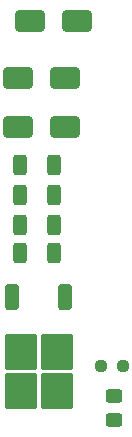
<source format=gbr>
%TF.GenerationSoftware,KiCad,Pcbnew,7.0.7*%
%TF.CreationDate,2023-09-12T13:53:03+02:00*%
%TF.ProjectId,CDU,4344552e-6b69-4636-9164-5f7063625858,rev?*%
%TF.SameCoordinates,Original*%
%TF.FileFunction,Paste,Top*%
%TF.FilePolarity,Positive*%
%FSLAX46Y46*%
G04 Gerber Fmt 4.6, Leading zero omitted, Abs format (unit mm)*
G04 Created by KiCad (PCBNEW 7.0.7) date 2023-09-12 13:53:03*
%MOMM*%
%LPD*%
G01*
G04 APERTURE LIST*
G04 Aperture macros list*
%AMRoundRect*
0 Rectangle with rounded corners*
0 $1 Rounding radius*
0 $2 $3 $4 $5 $6 $7 $8 $9 X,Y pos of 4 corners*
0 Add a 4 corners polygon primitive as box body*
4,1,4,$2,$3,$4,$5,$6,$7,$8,$9,$2,$3,0*
0 Add four circle primitives for the rounded corners*
1,1,$1+$1,$2,$3*
1,1,$1+$1,$4,$5*
1,1,$1+$1,$6,$7*
1,1,$1+$1,$8,$9*
0 Add four rect primitives between the rounded corners*
20,1,$1+$1,$2,$3,$4,$5,0*
20,1,$1+$1,$4,$5,$6,$7,0*
20,1,$1+$1,$6,$7,$8,$9,0*
20,1,$1+$1,$8,$9,$2,$3,0*%
G04 Aperture macros list end*
%ADD10RoundRect,0.250000X-1.000000X-0.650000X1.000000X-0.650000X1.000000X0.650000X-1.000000X0.650000X0*%
%ADD11RoundRect,0.250000X-0.450000X0.325000X-0.450000X-0.325000X0.450000X-0.325000X0.450000X0.325000X0*%
%ADD12RoundRect,0.250000X1.000000X0.650000X-1.000000X0.650000X-1.000000X-0.650000X1.000000X-0.650000X0*%
%ADD13RoundRect,0.250000X-0.312500X-0.625000X0.312500X-0.625000X0.312500X0.625000X-0.312500X0.625000X0*%
%ADD14RoundRect,0.250000X-0.350000X0.850000X-0.350000X-0.850000X0.350000X-0.850000X0.350000X0.850000X0*%
%ADD15RoundRect,0.250000X-1.125000X1.275000X-1.125000X-1.275000X1.125000X-1.275000X1.125000X1.275000X0*%
%ADD16RoundRect,0.237500X0.250000X0.237500X-0.250000X0.237500X-0.250000X-0.237500X0.250000X-0.237500X0*%
G04 APERTURE END LIST*
D10*
%TO.C,D1001*%
X100500000Y-54000000D03*
X104500000Y-54000000D03*
%TD*%
D11*
%TO.C,D1002*%
X107569000Y-85716000D03*
X107569000Y-87766000D03*
%TD*%
D12*
%TO.C,D1004*%
X103473000Y-62992000D03*
X99473000Y-62992000D03*
%TD*%
D13*
%TO.C,R1001*%
X99629500Y-66167000D03*
X102554500Y-66167000D03*
%TD*%
%TO.C,R1004*%
X99629500Y-73660000D03*
X102554500Y-73660000D03*
%TD*%
%TO.C,R1003*%
X99629500Y-71247000D03*
X102554500Y-71247000D03*
%TD*%
%TO.C,R1002*%
X99629500Y-68707000D03*
X102554500Y-68707000D03*
%TD*%
D14*
%TO.C,Q1001*%
X103499000Y-77383000D03*
D15*
X102744000Y-82008000D03*
X99694000Y-82008000D03*
X102744000Y-85358000D03*
X99694000Y-85358000D03*
D14*
X98939000Y-77383000D03*
%TD*%
D16*
%TO.C,R1005*%
X108354500Y-83185000D03*
X106529500Y-83185000D03*
%TD*%
D12*
%TO.C,D1003*%
X103473000Y-58801000D03*
X99473000Y-58801000D03*
%TD*%
M02*

</source>
